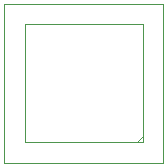
<source format=gbr>
%TF.GenerationSoftware,Novarm,DipTrace,3.3.0.1*%
%TF.CreationDate,2018-11-14T10:20:13-08:00*%
%FSLAX26Y26*%
%MOIN*%
%TF.FileFunction,Drawing,Top*%
%TF.Part,Single*%
%ADD44C,0.001969*%
%ADD45C,0.003937*%
G75*
G01*
%LPD*%
X1462473Y1224686D2*
D44*
X932945D1*
Y1754213D1*
X1462473D1*
Y1224686D1*
X1394535Y1292624D2*
D45*
X1000884D1*
Y1686275D1*
X1394535D1*
Y1292624D1*
Y1312269D2*
X1374889Y1292624D1*
M02*

</source>
